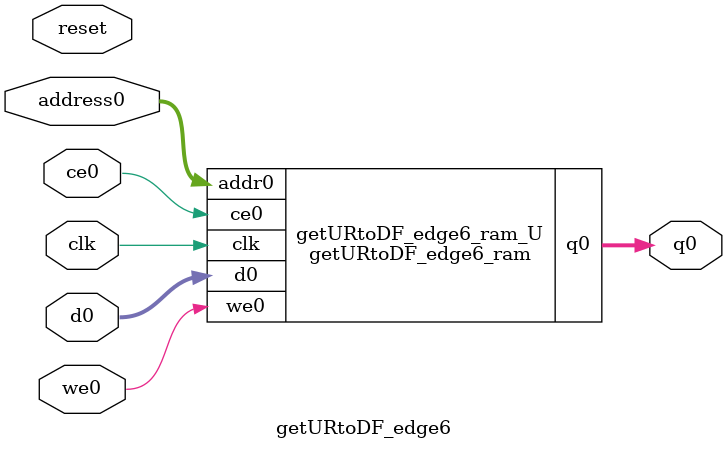
<source format=v>

`timescale 1 ns / 1 ps
module getURtoDF_edge6_ram (addr0, ce0, d0, we0, q0,  clk);

parameter DWIDTH = 4;
parameter AWIDTH = 3;
parameter MEM_SIZE = 6;

input[AWIDTH-1:0] addr0;
input ce0;
input[DWIDTH-1:0] d0;
input we0;
output reg[DWIDTH-1:0] q0;
input clk;

(* ram_style = "distributed" *)reg [DWIDTH-1:0] ram[0:MEM_SIZE-1];




always @(posedge clk)  
begin 
    if (ce0) 
    begin
        if (we0) 
        begin 
            ram[addr0] <= d0; 
            q0 <= d0;
        end 
        else 
            q0 <= ram[addr0];
    end
end


endmodule


`timescale 1 ns / 1 ps
module getURtoDF_edge6(
    reset,
    clk,
    address0,
    ce0,
    we0,
    d0,
    q0);

parameter DataWidth = 32'd4;
parameter AddressRange = 32'd6;
parameter AddressWidth = 32'd3;
input reset;
input clk;
input[AddressWidth - 1:0] address0;
input ce0;
input we0;
input[DataWidth - 1:0] d0;
output[DataWidth - 1:0] q0;



getURtoDF_edge6_ram getURtoDF_edge6_ram_U(
    .clk( clk ),
    .addr0( address0 ),
    .ce0( ce0 ),
    .we0( we0 ),
    .d0( d0 ),
    .q0( q0 ));

endmodule


</source>
